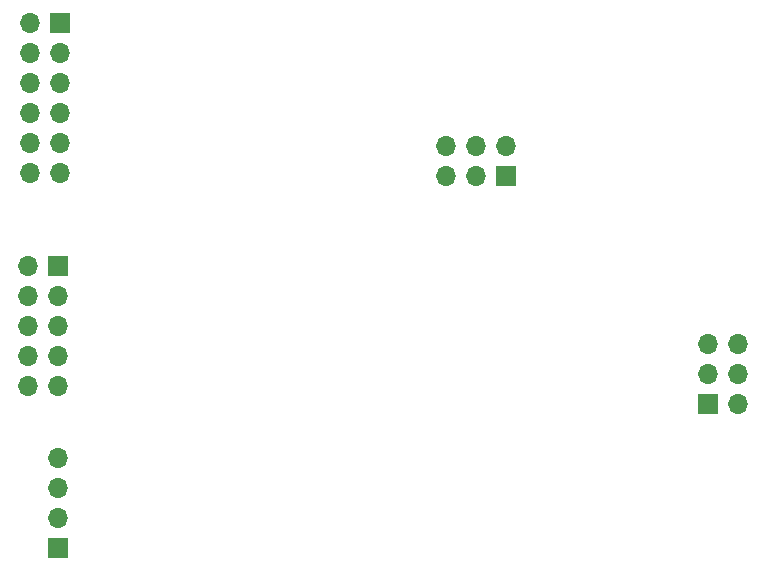
<source format=gbr>
%TF.GenerationSoftware,KiCad,Pcbnew,8.0.0*%
%TF.CreationDate,2024-11-18T17:54:36+03:00*%
%TF.ProjectId,box_bottom,626f785f-626f-4747-946f-6d2e6b696361,rev?*%
%TF.SameCoordinates,Original*%
%TF.FileFunction,Soldermask,Bot*%
%TF.FilePolarity,Negative*%
%FSLAX46Y46*%
G04 Gerber Fmt 4.6, Leading zero omitted, Abs format (unit mm)*
G04 Created by KiCad (PCBNEW 8.0.0) date 2024-11-18 17:54:36*
%MOMM*%
%LPD*%
G01*
G04 APERTURE LIST*
%ADD10R,1.700000X1.700000*%
%ADD11O,1.700000X1.700000*%
G04 APERTURE END LIST*
D10*
%TO.C,X4*%
X190090000Y-99650000D03*
D11*
X187550000Y-99650000D03*
X190090000Y-102190000D03*
X187550000Y-102190000D03*
X190090000Y-104730000D03*
X187550000Y-104730000D03*
X190090000Y-107270000D03*
X187550000Y-107270000D03*
X190090000Y-109810000D03*
X187550000Y-109810000D03*
%TD*%
D10*
%TO.C,X1*%
X245060000Y-111340000D03*
D11*
X247600000Y-111340000D03*
X245060000Y-108800000D03*
X247600000Y-108800000D03*
X245060000Y-106260001D03*
X247600000Y-106260000D03*
%TD*%
D10*
%TO.C,X3*%
X190200000Y-79100000D03*
D11*
X187660000Y-79100000D03*
X190200000Y-81640000D03*
X187660000Y-81640000D03*
X190200000Y-84180000D03*
X187660000Y-84180000D03*
X190200000Y-86720000D03*
X187660000Y-86720000D03*
X190200000Y-89260000D03*
X187660000Y-89260000D03*
X190200000Y-91800000D03*
X187660000Y-91800000D03*
%TD*%
D10*
%TO.C,X5*%
X228000000Y-92000000D03*
D11*
X228000000Y-89460000D03*
X225460000Y-92000000D03*
X225460000Y-89460000D03*
X222920001Y-92000000D03*
X222920000Y-89460000D03*
%TD*%
D10*
%TO.C,X2*%
X190068464Y-123554037D03*
D11*
X190068464Y-121014037D03*
X190068464Y-118474038D03*
X190068464Y-115934037D03*
%TD*%
M02*

</source>
